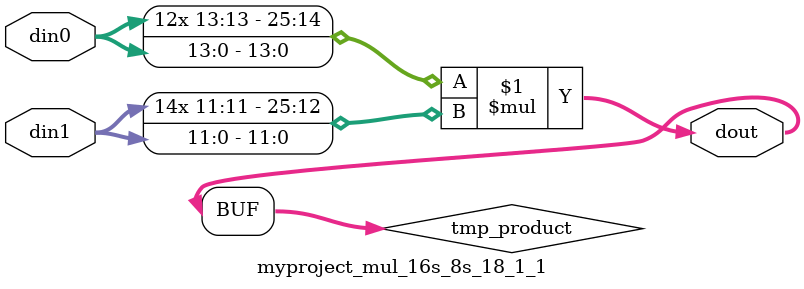
<source format=v>

`timescale 1 ns / 1 ps

  module myproject_mul_16s_8s_18_1_1(din0, din1, dout);
parameter ID = 1;
parameter NUM_STAGE = 0;
parameter din0_WIDTH = 14;
parameter din1_WIDTH = 12;
parameter dout_WIDTH = 26;

input [din0_WIDTH - 1 : 0] din0; 
input [din1_WIDTH - 1 : 0] din1; 
output [dout_WIDTH - 1 : 0] dout;

wire signed [dout_WIDTH - 1 : 0] tmp_product;













assign tmp_product = $signed(din0) * $signed(din1);








assign dout = tmp_product;







endmodule

</source>
